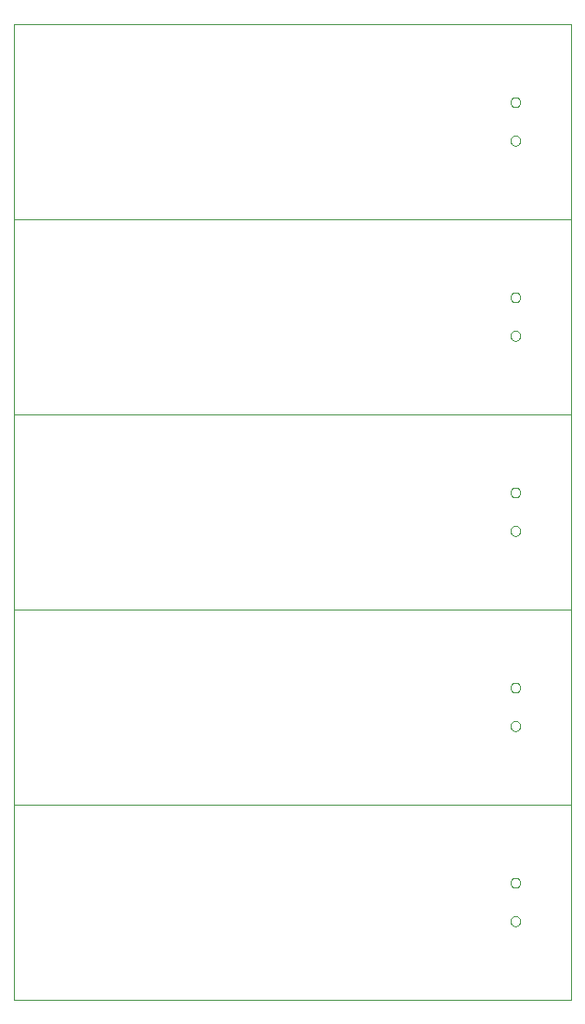
<source format=gbp>
G75*
G70*
%OFA0B0*%
%FSLAX24Y24*%
%IPPOS*%
%LPD*%
%AMOC8*
5,1,8,0,0,1.08239X$1,22.5*
%
%ADD10C,0.0000*%
D10*
X001260Y000950D02*
X001260Y007950D01*
X001260Y014950D01*
X001260Y021950D01*
X001260Y028950D01*
X001260Y035950D01*
X021260Y035950D01*
X021260Y028950D01*
X001260Y028950D01*
X021260Y028950D01*
X021260Y021950D01*
X001260Y021950D01*
X021260Y021950D01*
X021260Y014950D01*
X001260Y014950D01*
X021260Y014950D01*
X021260Y007950D01*
X001260Y007950D01*
X021260Y007950D01*
X021260Y000950D01*
X001260Y000950D01*
X019083Y003761D02*
X019085Y003787D01*
X019091Y003813D01*
X019101Y003838D01*
X019114Y003861D01*
X019130Y003881D01*
X019150Y003899D01*
X019172Y003914D01*
X019195Y003926D01*
X019221Y003934D01*
X019247Y003938D01*
X019273Y003938D01*
X019299Y003934D01*
X019325Y003926D01*
X019349Y003914D01*
X019370Y003899D01*
X019390Y003881D01*
X019406Y003861D01*
X019419Y003838D01*
X019429Y003813D01*
X019435Y003787D01*
X019437Y003761D01*
X019435Y003735D01*
X019429Y003709D01*
X019419Y003684D01*
X019406Y003661D01*
X019390Y003641D01*
X019370Y003623D01*
X019348Y003608D01*
X019325Y003596D01*
X019299Y003588D01*
X019273Y003584D01*
X019247Y003584D01*
X019221Y003588D01*
X019195Y003596D01*
X019171Y003608D01*
X019150Y003623D01*
X019130Y003641D01*
X019114Y003661D01*
X019101Y003684D01*
X019091Y003709D01*
X019085Y003735D01*
X019083Y003761D01*
X019083Y005139D02*
X019085Y005165D01*
X019091Y005191D01*
X019101Y005216D01*
X019114Y005239D01*
X019130Y005259D01*
X019150Y005277D01*
X019172Y005292D01*
X019195Y005304D01*
X019221Y005312D01*
X019247Y005316D01*
X019273Y005316D01*
X019299Y005312D01*
X019325Y005304D01*
X019349Y005292D01*
X019370Y005277D01*
X019390Y005259D01*
X019406Y005239D01*
X019419Y005216D01*
X019429Y005191D01*
X019435Y005165D01*
X019437Y005139D01*
X019435Y005113D01*
X019429Y005087D01*
X019419Y005062D01*
X019406Y005039D01*
X019390Y005019D01*
X019370Y005001D01*
X019348Y004986D01*
X019325Y004974D01*
X019299Y004966D01*
X019273Y004962D01*
X019247Y004962D01*
X019221Y004966D01*
X019195Y004974D01*
X019171Y004986D01*
X019150Y005001D01*
X019130Y005019D01*
X019114Y005039D01*
X019101Y005062D01*
X019091Y005087D01*
X019085Y005113D01*
X019083Y005139D01*
X019083Y010761D02*
X019085Y010787D01*
X019091Y010813D01*
X019101Y010838D01*
X019114Y010861D01*
X019130Y010881D01*
X019150Y010899D01*
X019172Y010914D01*
X019195Y010926D01*
X019221Y010934D01*
X019247Y010938D01*
X019273Y010938D01*
X019299Y010934D01*
X019325Y010926D01*
X019349Y010914D01*
X019370Y010899D01*
X019390Y010881D01*
X019406Y010861D01*
X019419Y010838D01*
X019429Y010813D01*
X019435Y010787D01*
X019437Y010761D01*
X019435Y010735D01*
X019429Y010709D01*
X019419Y010684D01*
X019406Y010661D01*
X019390Y010641D01*
X019370Y010623D01*
X019348Y010608D01*
X019325Y010596D01*
X019299Y010588D01*
X019273Y010584D01*
X019247Y010584D01*
X019221Y010588D01*
X019195Y010596D01*
X019171Y010608D01*
X019150Y010623D01*
X019130Y010641D01*
X019114Y010661D01*
X019101Y010684D01*
X019091Y010709D01*
X019085Y010735D01*
X019083Y010761D01*
X019083Y012139D02*
X019085Y012165D01*
X019091Y012191D01*
X019101Y012216D01*
X019114Y012239D01*
X019130Y012259D01*
X019150Y012277D01*
X019172Y012292D01*
X019195Y012304D01*
X019221Y012312D01*
X019247Y012316D01*
X019273Y012316D01*
X019299Y012312D01*
X019325Y012304D01*
X019349Y012292D01*
X019370Y012277D01*
X019390Y012259D01*
X019406Y012239D01*
X019419Y012216D01*
X019429Y012191D01*
X019435Y012165D01*
X019437Y012139D01*
X019435Y012113D01*
X019429Y012087D01*
X019419Y012062D01*
X019406Y012039D01*
X019390Y012019D01*
X019370Y012001D01*
X019348Y011986D01*
X019325Y011974D01*
X019299Y011966D01*
X019273Y011962D01*
X019247Y011962D01*
X019221Y011966D01*
X019195Y011974D01*
X019171Y011986D01*
X019150Y012001D01*
X019130Y012019D01*
X019114Y012039D01*
X019101Y012062D01*
X019091Y012087D01*
X019085Y012113D01*
X019083Y012139D01*
X019083Y017761D02*
X019085Y017787D01*
X019091Y017813D01*
X019101Y017838D01*
X019114Y017861D01*
X019130Y017881D01*
X019150Y017899D01*
X019172Y017914D01*
X019195Y017926D01*
X019221Y017934D01*
X019247Y017938D01*
X019273Y017938D01*
X019299Y017934D01*
X019325Y017926D01*
X019349Y017914D01*
X019370Y017899D01*
X019390Y017881D01*
X019406Y017861D01*
X019419Y017838D01*
X019429Y017813D01*
X019435Y017787D01*
X019437Y017761D01*
X019435Y017735D01*
X019429Y017709D01*
X019419Y017684D01*
X019406Y017661D01*
X019390Y017641D01*
X019370Y017623D01*
X019348Y017608D01*
X019325Y017596D01*
X019299Y017588D01*
X019273Y017584D01*
X019247Y017584D01*
X019221Y017588D01*
X019195Y017596D01*
X019171Y017608D01*
X019150Y017623D01*
X019130Y017641D01*
X019114Y017661D01*
X019101Y017684D01*
X019091Y017709D01*
X019085Y017735D01*
X019083Y017761D01*
X019083Y019139D02*
X019085Y019165D01*
X019091Y019191D01*
X019101Y019216D01*
X019114Y019239D01*
X019130Y019259D01*
X019150Y019277D01*
X019172Y019292D01*
X019195Y019304D01*
X019221Y019312D01*
X019247Y019316D01*
X019273Y019316D01*
X019299Y019312D01*
X019325Y019304D01*
X019349Y019292D01*
X019370Y019277D01*
X019390Y019259D01*
X019406Y019239D01*
X019419Y019216D01*
X019429Y019191D01*
X019435Y019165D01*
X019437Y019139D01*
X019435Y019113D01*
X019429Y019087D01*
X019419Y019062D01*
X019406Y019039D01*
X019390Y019019D01*
X019370Y019001D01*
X019348Y018986D01*
X019325Y018974D01*
X019299Y018966D01*
X019273Y018962D01*
X019247Y018962D01*
X019221Y018966D01*
X019195Y018974D01*
X019171Y018986D01*
X019150Y019001D01*
X019130Y019019D01*
X019114Y019039D01*
X019101Y019062D01*
X019091Y019087D01*
X019085Y019113D01*
X019083Y019139D01*
X019083Y024761D02*
X019085Y024787D01*
X019091Y024813D01*
X019101Y024838D01*
X019114Y024861D01*
X019130Y024881D01*
X019150Y024899D01*
X019172Y024914D01*
X019195Y024926D01*
X019221Y024934D01*
X019247Y024938D01*
X019273Y024938D01*
X019299Y024934D01*
X019325Y024926D01*
X019349Y024914D01*
X019370Y024899D01*
X019390Y024881D01*
X019406Y024861D01*
X019419Y024838D01*
X019429Y024813D01*
X019435Y024787D01*
X019437Y024761D01*
X019435Y024735D01*
X019429Y024709D01*
X019419Y024684D01*
X019406Y024661D01*
X019390Y024641D01*
X019370Y024623D01*
X019348Y024608D01*
X019325Y024596D01*
X019299Y024588D01*
X019273Y024584D01*
X019247Y024584D01*
X019221Y024588D01*
X019195Y024596D01*
X019171Y024608D01*
X019150Y024623D01*
X019130Y024641D01*
X019114Y024661D01*
X019101Y024684D01*
X019091Y024709D01*
X019085Y024735D01*
X019083Y024761D01*
X019083Y026139D02*
X019085Y026165D01*
X019091Y026191D01*
X019101Y026216D01*
X019114Y026239D01*
X019130Y026259D01*
X019150Y026277D01*
X019172Y026292D01*
X019195Y026304D01*
X019221Y026312D01*
X019247Y026316D01*
X019273Y026316D01*
X019299Y026312D01*
X019325Y026304D01*
X019349Y026292D01*
X019370Y026277D01*
X019390Y026259D01*
X019406Y026239D01*
X019419Y026216D01*
X019429Y026191D01*
X019435Y026165D01*
X019437Y026139D01*
X019435Y026113D01*
X019429Y026087D01*
X019419Y026062D01*
X019406Y026039D01*
X019390Y026019D01*
X019370Y026001D01*
X019348Y025986D01*
X019325Y025974D01*
X019299Y025966D01*
X019273Y025962D01*
X019247Y025962D01*
X019221Y025966D01*
X019195Y025974D01*
X019171Y025986D01*
X019150Y026001D01*
X019130Y026019D01*
X019114Y026039D01*
X019101Y026062D01*
X019091Y026087D01*
X019085Y026113D01*
X019083Y026139D01*
X019083Y031761D02*
X019085Y031787D01*
X019091Y031813D01*
X019101Y031838D01*
X019114Y031861D01*
X019130Y031881D01*
X019150Y031899D01*
X019172Y031914D01*
X019195Y031926D01*
X019221Y031934D01*
X019247Y031938D01*
X019273Y031938D01*
X019299Y031934D01*
X019325Y031926D01*
X019349Y031914D01*
X019370Y031899D01*
X019390Y031881D01*
X019406Y031861D01*
X019419Y031838D01*
X019429Y031813D01*
X019435Y031787D01*
X019437Y031761D01*
X019435Y031735D01*
X019429Y031709D01*
X019419Y031684D01*
X019406Y031661D01*
X019390Y031641D01*
X019370Y031623D01*
X019348Y031608D01*
X019325Y031596D01*
X019299Y031588D01*
X019273Y031584D01*
X019247Y031584D01*
X019221Y031588D01*
X019195Y031596D01*
X019171Y031608D01*
X019150Y031623D01*
X019130Y031641D01*
X019114Y031661D01*
X019101Y031684D01*
X019091Y031709D01*
X019085Y031735D01*
X019083Y031761D01*
X019083Y033139D02*
X019085Y033165D01*
X019091Y033191D01*
X019101Y033216D01*
X019114Y033239D01*
X019130Y033259D01*
X019150Y033277D01*
X019172Y033292D01*
X019195Y033304D01*
X019221Y033312D01*
X019247Y033316D01*
X019273Y033316D01*
X019299Y033312D01*
X019325Y033304D01*
X019349Y033292D01*
X019370Y033277D01*
X019390Y033259D01*
X019406Y033239D01*
X019419Y033216D01*
X019429Y033191D01*
X019435Y033165D01*
X019437Y033139D01*
X019435Y033113D01*
X019429Y033087D01*
X019419Y033062D01*
X019406Y033039D01*
X019390Y033019D01*
X019370Y033001D01*
X019348Y032986D01*
X019325Y032974D01*
X019299Y032966D01*
X019273Y032962D01*
X019247Y032962D01*
X019221Y032966D01*
X019195Y032974D01*
X019171Y032986D01*
X019150Y033001D01*
X019130Y033019D01*
X019114Y033039D01*
X019101Y033062D01*
X019091Y033087D01*
X019085Y033113D01*
X019083Y033139D01*
M02*

</source>
